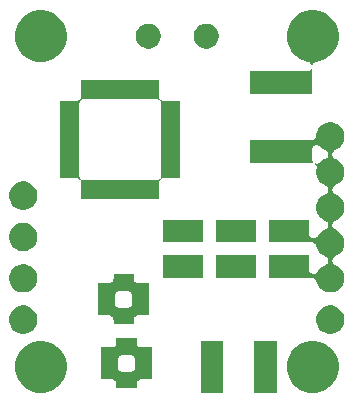
<source format=gbr>
G04 #@! TF.GenerationSoftware,KiCad,Pcbnew,(5.0.0)*
G04 #@! TF.CreationDate,2018-11-29T21:10:00+03:00*
G04 #@! TF.ProjectId,aks,616B732E6B696361645F706362000000,rev?*
G04 #@! TF.SameCoordinates,Original*
G04 #@! TF.FileFunction,Soldermask,Top*
G04 #@! TF.FilePolarity,Negative*
%FSLAX46Y46*%
G04 Gerber Fmt 4.6, Leading zero omitted, Abs format (unit mm)*
G04 Created by KiCad (PCBNEW (5.0.0)) date 11/29/18 21:10:00*
%MOMM*%
%LPD*%
G01*
G04 APERTURE LIST*
%ADD10C,0.100000*%
G04 APERTURE END LIST*
D10*
G36*
X532950000Y-322200000D02*
X531050000Y-322200000D01*
X531050000Y-317800000D01*
X532950000Y-317800000D01*
X532950000Y-322200000D01*
X532950000Y-322200000D01*
G37*
G36*
X518141716Y-317884545D02*
X518542091Y-318050385D01*
X518902418Y-318291148D01*
X519208852Y-318597582D01*
X519449615Y-318957909D01*
X519615455Y-319358284D01*
X519700000Y-319783319D01*
X519700000Y-320216681D01*
X519615455Y-320641716D01*
X519449615Y-321042091D01*
X519208852Y-321402418D01*
X518902418Y-321708852D01*
X518542091Y-321949615D01*
X518141716Y-322115455D01*
X517716681Y-322200000D01*
X517283319Y-322200000D01*
X516858284Y-322115455D01*
X516457909Y-321949615D01*
X516097582Y-321708852D01*
X515791148Y-321402418D01*
X515550385Y-321042091D01*
X515384545Y-320641716D01*
X515300000Y-320216681D01*
X515300000Y-319783319D01*
X515384545Y-319358284D01*
X515550385Y-318957909D01*
X515791148Y-318597582D01*
X516097582Y-318291148D01*
X516457909Y-318050385D01*
X516858284Y-317884545D01*
X517283319Y-317800000D01*
X517716681Y-317800000D01*
X518141716Y-317884545D01*
X518141716Y-317884545D01*
G37*
G36*
X541141716Y-317884545D02*
X541542091Y-318050385D01*
X541902418Y-318291148D01*
X542208852Y-318597582D01*
X542449615Y-318957909D01*
X542615455Y-319358284D01*
X542700000Y-319783319D01*
X542700000Y-320216681D01*
X542615455Y-320641716D01*
X542449615Y-321042091D01*
X542208852Y-321402418D01*
X541902418Y-321708852D01*
X541542091Y-321949615D01*
X541141716Y-322115455D01*
X540716681Y-322200000D01*
X540283319Y-322200000D01*
X539858284Y-322115455D01*
X539457909Y-321949615D01*
X539097582Y-321708852D01*
X538791148Y-321402418D01*
X538550385Y-321042091D01*
X538384545Y-320641716D01*
X538300000Y-320216681D01*
X538300000Y-319783319D01*
X538384545Y-319358284D01*
X538550385Y-318957909D01*
X538791148Y-318597582D01*
X539097582Y-318291148D01*
X539457909Y-318050385D01*
X539858284Y-317884545D01*
X540283319Y-317800000D01*
X540716681Y-317800000D01*
X541141716Y-317884545D01*
X541141716Y-317884545D01*
G37*
G36*
X537450000Y-322200000D02*
X535550000Y-322200000D01*
X535550000Y-317800000D01*
X537450000Y-317800000D01*
X537450000Y-322200000D01*
X537450000Y-322200000D01*
G37*
G36*
X525600000Y-317950000D02*
X525607686Y-318028036D01*
X525630448Y-318103073D01*
X525667412Y-318172228D01*
X525717157Y-318232843D01*
X525777772Y-318282588D01*
X525846927Y-318319552D01*
X525921964Y-318342314D01*
X526000000Y-318350000D01*
X526875000Y-318350000D01*
X526875000Y-321050000D01*
X526000000Y-321050000D01*
X525921964Y-321057686D01*
X525846927Y-321080448D01*
X525777772Y-321117412D01*
X525717157Y-321167157D01*
X525667412Y-321227772D01*
X525630448Y-321296927D01*
X525607686Y-321371964D01*
X525600000Y-321450000D01*
X525600000Y-321825000D01*
X523900000Y-321825000D01*
X523900000Y-321450000D01*
X523892314Y-321371964D01*
X523869552Y-321296927D01*
X523832588Y-321227772D01*
X523782843Y-321167157D01*
X523722228Y-321117412D01*
X523653073Y-321080448D01*
X523578036Y-321057686D01*
X523500000Y-321050000D01*
X522625000Y-321050000D01*
X522625000Y-319400000D01*
X524025000Y-319400000D01*
X524025000Y-320025000D01*
X524032686Y-320103036D01*
X524055448Y-320178073D01*
X524092412Y-320247228D01*
X524142157Y-320307843D01*
X524202772Y-320357588D01*
X524271927Y-320394552D01*
X524346964Y-320417314D01*
X524425000Y-320425000D01*
X525075000Y-320425000D01*
X525153036Y-320417314D01*
X525228073Y-320394552D01*
X525297228Y-320357588D01*
X525357843Y-320307843D01*
X525407588Y-320247228D01*
X525444552Y-320178073D01*
X525467314Y-320103036D01*
X525475000Y-320025000D01*
X525475000Y-319400000D01*
X525467314Y-319321964D01*
X525444552Y-319246927D01*
X525407588Y-319177772D01*
X525357843Y-319117157D01*
X525297228Y-319067412D01*
X525228073Y-319030448D01*
X525153036Y-319007686D01*
X525075000Y-319000000D01*
X524425000Y-319000000D01*
X524346964Y-319007686D01*
X524271927Y-319030448D01*
X524202772Y-319067412D01*
X524142157Y-319117157D01*
X524092412Y-319177772D01*
X524055448Y-319246927D01*
X524032686Y-319321964D01*
X524025000Y-319400000D01*
X522625000Y-319400000D01*
X522625000Y-318350000D01*
X523500000Y-318350000D01*
X523578036Y-318342314D01*
X523653073Y-318319552D01*
X523722228Y-318282588D01*
X523782843Y-318232843D01*
X523832588Y-318172228D01*
X523869552Y-318103073D01*
X523892314Y-318028036D01*
X523900000Y-317950000D01*
X523900000Y-317600000D01*
X525600000Y-317600000D01*
X525600000Y-317950000D01*
X525600000Y-317950000D01*
G37*
G36*
X516350027Y-314846115D02*
X516568413Y-314936573D01*
X516764954Y-315067898D01*
X516932102Y-315235046D01*
X517063427Y-315431587D01*
X517153885Y-315649973D01*
X517200000Y-315881810D01*
X517200000Y-316118190D01*
X517153885Y-316350027D01*
X517063427Y-316568413D01*
X516932102Y-316764954D01*
X516764954Y-316932102D01*
X516568413Y-317063427D01*
X516350027Y-317153885D01*
X516118190Y-317200000D01*
X515881810Y-317200000D01*
X515649973Y-317153885D01*
X515431587Y-317063427D01*
X515235046Y-316932102D01*
X515067898Y-316764954D01*
X514936573Y-316568413D01*
X514846115Y-316350027D01*
X514800000Y-316118190D01*
X514800000Y-315881810D01*
X514846115Y-315649973D01*
X514936573Y-315431587D01*
X515067898Y-315235046D01*
X515235046Y-315067898D01*
X515431587Y-314936573D01*
X515649973Y-314846115D01*
X515881810Y-314800000D01*
X516118190Y-314800000D01*
X516350027Y-314846115D01*
X516350027Y-314846115D01*
G37*
G36*
X542350027Y-314846115D02*
X542568413Y-314936573D01*
X542764954Y-315067898D01*
X542932102Y-315235046D01*
X543063427Y-315431587D01*
X543153885Y-315649973D01*
X543200000Y-315881810D01*
X543200000Y-316118190D01*
X543153885Y-316350027D01*
X543063427Y-316568413D01*
X542932102Y-316764954D01*
X542764954Y-316932102D01*
X542568413Y-317063427D01*
X542350027Y-317153885D01*
X542118190Y-317200000D01*
X541881810Y-317200000D01*
X541649973Y-317153885D01*
X541431587Y-317063427D01*
X541235046Y-316932102D01*
X541067898Y-316764954D01*
X540936573Y-316568413D01*
X540846115Y-316350027D01*
X540800000Y-316118190D01*
X540800000Y-315881810D01*
X540846115Y-315649973D01*
X540936573Y-315431587D01*
X541067898Y-315235046D01*
X541235046Y-315067898D01*
X541431587Y-314936573D01*
X541649973Y-314846115D01*
X541881810Y-314800000D01*
X542118190Y-314800000D01*
X542350027Y-314846115D01*
X542350027Y-314846115D01*
G37*
G36*
X525350000Y-312525000D02*
X525357686Y-312603036D01*
X525380448Y-312678073D01*
X525417412Y-312747228D01*
X525467157Y-312807843D01*
X525527772Y-312857588D01*
X525596927Y-312894552D01*
X525671964Y-312917314D01*
X525750000Y-312925000D01*
X526625000Y-312925000D01*
X526625000Y-315625000D01*
X525750000Y-315625000D01*
X525671964Y-315632686D01*
X525596927Y-315655448D01*
X525527772Y-315692412D01*
X525467157Y-315742157D01*
X525417412Y-315802772D01*
X525380448Y-315871927D01*
X525357686Y-315946964D01*
X525350000Y-316025000D01*
X525350000Y-316400000D01*
X523650000Y-316400000D01*
X523650000Y-316025000D01*
X523642314Y-315946964D01*
X523619552Y-315871927D01*
X523582588Y-315802772D01*
X523532843Y-315742157D01*
X523472228Y-315692412D01*
X523403073Y-315655448D01*
X523328036Y-315632686D01*
X523250000Y-315625000D01*
X522375000Y-315625000D01*
X522375000Y-313975000D01*
X523775000Y-313975000D01*
X523775000Y-314600000D01*
X523782686Y-314678036D01*
X523805448Y-314753073D01*
X523842412Y-314822228D01*
X523892157Y-314882843D01*
X523952772Y-314932588D01*
X524021927Y-314969552D01*
X524096964Y-314992314D01*
X524175000Y-315000000D01*
X524825000Y-315000000D01*
X524903036Y-314992314D01*
X524978073Y-314969552D01*
X525047228Y-314932588D01*
X525107843Y-314882843D01*
X525157588Y-314822228D01*
X525194552Y-314753073D01*
X525217314Y-314678036D01*
X525225000Y-314600000D01*
X525225000Y-313975000D01*
X525217314Y-313896964D01*
X525194552Y-313821927D01*
X525157588Y-313752772D01*
X525107843Y-313692157D01*
X525047228Y-313642412D01*
X524978073Y-313605448D01*
X524903036Y-313582686D01*
X524825000Y-313575000D01*
X524175000Y-313575000D01*
X524096964Y-313582686D01*
X524021927Y-313605448D01*
X523952772Y-313642412D01*
X523892157Y-313692157D01*
X523842412Y-313752772D01*
X523805448Y-313821927D01*
X523782686Y-313896964D01*
X523775000Y-313975000D01*
X522375000Y-313975000D01*
X522375000Y-312925000D01*
X523250000Y-312925000D01*
X523328036Y-312917314D01*
X523403073Y-312894552D01*
X523472228Y-312857588D01*
X523532843Y-312807843D01*
X523582588Y-312747228D01*
X523619552Y-312678073D01*
X523642314Y-312603036D01*
X523650000Y-312525000D01*
X523650000Y-312175000D01*
X525350000Y-312175000D01*
X525350000Y-312525000D01*
X525350000Y-312525000D01*
G37*
G36*
X542350027Y-299346115D02*
X542568413Y-299436573D01*
X542764954Y-299567898D01*
X542932102Y-299735046D01*
X543063427Y-299931587D01*
X543153885Y-300149973D01*
X543200000Y-300381810D01*
X543200000Y-300618190D01*
X543153885Y-300850027D01*
X543063427Y-301068413D01*
X542932102Y-301264954D01*
X542764954Y-301432102D01*
X542568413Y-301563427D01*
X542406609Y-301630448D01*
X542337454Y-301667412D01*
X542276839Y-301717157D01*
X542227094Y-301777772D01*
X542190130Y-301846927D01*
X542167368Y-301921964D01*
X542159682Y-302000000D01*
X542167368Y-302078036D01*
X542190130Y-302153073D01*
X542227094Y-302222228D01*
X542276839Y-302282843D01*
X542337454Y-302332588D01*
X542406609Y-302369552D01*
X542568413Y-302436573D01*
X542764954Y-302567898D01*
X542932102Y-302735046D01*
X543063427Y-302931587D01*
X543153885Y-303149973D01*
X543200000Y-303381810D01*
X543200000Y-303618190D01*
X543153885Y-303850027D01*
X543063427Y-304068413D01*
X542932102Y-304264954D01*
X542764954Y-304432102D01*
X542568413Y-304563427D01*
X542406609Y-304630448D01*
X542337454Y-304667412D01*
X542276839Y-304717157D01*
X542227094Y-304777772D01*
X542190130Y-304846927D01*
X542167368Y-304921964D01*
X542159682Y-305000000D01*
X542167368Y-305078036D01*
X542190130Y-305153073D01*
X542227094Y-305222228D01*
X542276839Y-305282843D01*
X542337454Y-305332588D01*
X542406609Y-305369552D01*
X542568413Y-305436573D01*
X542764954Y-305567898D01*
X542932102Y-305735046D01*
X543063427Y-305931587D01*
X543153885Y-306149973D01*
X543200000Y-306381810D01*
X543200000Y-306618190D01*
X543153885Y-306850027D01*
X543063427Y-307068413D01*
X542932102Y-307264954D01*
X542764954Y-307432102D01*
X542568413Y-307563427D01*
X542406609Y-307630448D01*
X542337454Y-307667412D01*
X542276839Y-307717157D01*
X542227094Y-307777772D01*
X542190130Y-307846927D01*
X542167368Y-307921964D01*
X542159682Y-308000000D01*
X542167368Y-308078036D01*
X542190130Y-308153073D01*
X542227094Y-308222228D01*
X542276839Y-308282843D01*
X542337454Y-308332588D01*
X542406609Y-308369552D01*
X542568413Y-308436573D01*
X542764954Y-308567898D01*
X542932102Y-308735046D01*
X543063427Y-308931587D01*
X543153885Y-309149973D01*
X543200000Y-309381810D01*
X543200000Y-309618190D01*
X543153885Y-309850027D01*
X543063427Y-310068413D01*
X542932102Y-310264954D01*
X542764954Y-310432102D01*
X542568413Y-310563427D01*
X542406609Y-310630448D01*
X542337454Y-310667412D01*
X542276839Y-310717157D01*
X542227094Y-310777772D01*
X542190130Y-310846927D01*
X542167368Y-310921964D01*
X542159682Y-311000000D01*
X542167368Y-311078036D01*
X542190130Y-311153073D01*
X542227094Y-311222228D01*
X542276839Y-311282843D01*
X542337454Y-311332588D01*
X542406609Y-311369552D01*
X542568413Y-311436573D01*
X542764954Y-311567898D01*
X542932102Y-311735046D01*
X543063427Y-311931587D01*
X543153885Y-312149973D01*
X543200000Y-312381810D01*
X543200000Y-312618190D01*
X543153885Y-312850027D01*
X543063427Y-313068413D01*
X542932102Y-313264954D01*
X542764954Y-313432102D01*
X542568413Y-313563427D01*
X542350027Y-313653885D01*
X542118190Y-313700000D01*
X541881810Y-313700000D01*
X541649973Y-313653885D01*
X541431587Y-313563427D01*
X541235046Y-313432102D01*
X541067898Y-313264954D01*
X540936573Y-313068413D01*
X540846115Y-312850027D01*
X540830587Y-312771963D01*
X540807824Y-312696926D01*
X540770860Y-312627771D01*
X540721115Y-312567157D01*
X540660500Y-312517412D01*
X540591345Y-312480448D01*
X540516308Y-312457686D01*
X540438273Y-312450000D01*
X536800000Y-312450000D01*
X536800000Y-310550000D01*
X540200000Y-310550000D01*
X540200000Y-311715324D01*
X540207686Y-311793360D01*
X540230448Y-311868397D01*
X540267412Y-311937552D01*
X540317157Y-311998167D01*
X540377772Y-312047912D01*
X540446927Y-312084876D01*
X540521964Y-312107638D01*
X540600000Y-312115324D01*
X540678036Y-312107638D01*
X540753073Y-312084876D01*
X540822228Y-312047912D01*
X540882843Y-311998167D01*
X540932588Y-311937552D01*
X541067898Y-311735046D01*
X541235046Y-311567898D01*
X541431587Y-311436573D01*
X541593391Y-311369552D01*
X541662546Y-311332588D01*
X541723161Y-311282843D01*
X541772906Y-311222228D01*
X541809870Y-311153073D01*
X541832632Y-311078036D01*
X541840318Y-311000000D01*
X541832632Y-310921964D01*
X541809870Y-310846927D01*
X541772906Y-310777772D01*
X541723161Y-310717157D01*
X541662546Y-310667412D01*
X541593391Y-310630448D01*
X541431587Y-310563427D01*
X541235046Y-310432102D01*
X541067898Y-310264954D01*
X540932588Y-310062448D01*
X540923467Y-310051334D01*
X540906963Y-309996927D01*
X540846115Y-309850027D01*
X540830587Y-309771963D01*
X540807824Y-309696926D01*
X540770860Y-309627771D01*
X540721115Y-309567157D01*
X540660500Y-309517412D01*
X540591345Y-309480448D01*
X540516308Y-309457686D01*
X540438273Y-309450000D01*
X536800000Y-309450000D01*
X536800000Y-307550000D01*
X540200000Y-307550000D01*
X540200000Y-308715324D01*
X540207686Y-308793360D01*
X540230448Y-308868397D01*
X540267412Y-308937552D01*
X540317157Y-308998167D01*
X540377772Y-309047912D01*
X540446927Y-309084876D01*
X540521964Y-309107638D01*
X540600000Y-309115324D01*
X540678036Y-309107638D01*
X540753073Y-309084876D01*
X540822228Y-309047912D01*
X540882843Y-308998167D01*
X540932588Y-308937552D01*
X541067898Y-308735046D01*
X541235046Y-308567898D01*
X541431587Y-308436573D01*
X541593391Y-308369552D01*
X541662546Y-308332588D01*
X541723161Y-308282843D01*
X541772906Y-308222228D01*
X541809870Y-308153073D01*
X541832632Y-308078036D01*
X541840318Y-308000000D01*
X541832632Y-307921964D01*
X541809870Y-307846927D01*
X541772906Y-307777772D01*
X541723161Y-307717157D01*
X541662546Y-307667412D01*
X541593391Y-307630448D01*
X541431587Y-307563427D01*
X541235046Y-307432102D01*
X541067898Y-307264954D01*
X540932588Y-307062448D01*
X540923467Y-307051334D01*
X540906963Y-306996927D01*
X540846115Y-306850027D01*
X540800000Y-306618190D01*
X540800000Y-306381810D01*
X540846115Y-306149973D01*
X540936573Y-305931587D01*
X541067898Y-305735046D01*
X541235046Y-305567898D01*
X541431587Y-305436573D01*
X541593391Y-305369552D01*
X541662546Y-305332588D01*
X541723161Y-305282843D01*
X541772906Y-305222228D01*
X541809870Y-305153073D01*
X541832632Y-305078036D01*
X541840318Y-305000000D01*
X541832632Y-304921964D01*
X541809870Y-304846927D01*
X541772906Y-304777772D01*
X541723161Y-304717157D01*
X541662546Y-304667412D01*
X541593391Y-304630448D01*
X541431587Y-304563427D01*
X541235046Y-304432102D01*
X541067898Y-304264954D01*
X540936573Y-304068413D01*
X540846115Y-303850027D01*
X540800000Y-303618190D01*
X540800000Y-303381810D01*
X540840135Y-303180036D01*
X540847821Y-303101999D01*
X540840135Y-303023963D01*
X540817373Y-302948926D01*
X540780409Y-302879771D01*
X540730663Y-302819157D01*
X540670049Y-302769412D01*
X540600894Y-302732448D01*
X540525857Y-302709686D01*
X540447821Y-302702000D01*
X535240000Y-302702000D01*
X535240000Y-301612742D01*
X540450000Y-301612742D01*
X540450000Y-302387258D01*
X540457686Y-302465294D01*
X540480448Y-302540331D01*
X540517412Y-302609486D01*
X540567157Y-302670101D01*
X540627772Y-302719846D01*
X540696927Y-302756810D01*
X540771964Y-302779572D01*
X540850000Y-302787258D01*
X540928036Y-302779572D01*
X541003073Y-302756810D01*
X541072228Y-302719846D01*
X541132843Y-302670101D01*
X541235046Y-302567898D01*
X541431587Y-302436573D01*
X541593391Y-302369552D01*
X541662546Y-302332588D01*
X541723161Y-302282843D01*
X541772906Y-302222228D01*
X541809870Y-302153073D01*
X541832632Y-302078036D01*
X541840318Y-302000000D01*
X541832632Y-301921964D01*
X541809870Y-301846927D01*
X541772906Y-301777772D01*
X541723161Y-301717157D01*
X541662546Y-301667412D01*
X541593391Y-301630448D01*
X541431587Y-301563427D01*
X541235046Y-301432102D01*
X541132843Y-301329899D01*
X541072228Y-301280154D01*
X541003073Y-301243190D01*
X540928036Y-301220428D01*
X540850000Y-301212742D01*
X540771964Y-301220428D01*
X540696927Y-301243190D01*
X540627772Y-301280154D01*
X540567157Y-301329899D01*
X540517412Y-301390514D01*
X540480448Y-301459669D01*
X540457686Y-301534706D01*
X540450000Y-301612742D01*
X535240000Y-301612742D01*
X535240000Y-300802000D01*
X540400000Y-300802000D01*
X540478036Y-300794314D01*
X540553073Y-300771552D01*
X540622228Y-300734588D01*
X540682843Y-300684843D01*
X540732588Y-300624228D01*
X540769552Y-300555073D01*
X540792314Y-300480036D01*
X540800000Y-300402000D01*
X540800000Y-300381810D01*
X540846115Y-300149973D01*
X540936573Y-299931587D01*
X541067898Y-299735046D01*
X541235046Y-299567898D01*
X541431587Y-299436573D01*
X541649973Y-299346115D01*
X541881810Y-299300000D01*
X542118190Y-299300000D01*
X542350027Y-299346115D01*
X542350027Y-299346115D01*
G37*
G36*
X516350027Y-311346115D02*
X516568413Y-311436573D01*
X516764954Y-311567898D01*
X516932102Y-311735046D01*
X517063427Y-311931587D01*
X517153885Y-312149973D01*
X517200000Y-312381810D01*
X517200000Y-312618190D01*
X517153885Y-312850027D01*
X517063427Y-313068413D01*
X516932102Y-313264954D01*
X516764954Y-313432102D01*
X516568413Y-313563427D01*
X516350027Y-313653885D01*
X516118190Y-313700000D01*
X515881810Y-313700000D01*
X515649973Y-313653885D01*
X515431587Y-313563427D01*
X515235046Y-313432102D01*
X515067898Y-313264954D01*
X514936573Y-313068413D01*
X514846115Y-312850027D01*
X514800000Y-312618190D01*
X514800000Y-312381810D01*
X514846115Y-312149973D01*
X514936573Y-311931587D01*
X515067898Y-311735046D01*
X515235046Y-311567898D01*
X515431587Y-311436573D01*
X515649973Y-311346115D01*
X515881810Y-311300000D01*
X516118190Y-311300000D01*
X516350027Y-311346115D01*
X516350027Y-311346115D01*
G37*
G36*
X535700000Y-312450000D02*
X532300000Y-312450000D01*
X532300000Y-310550000D01*
X535700000Y-310550000D01*
X535700000Y-312450000D01*
X535700000Y-312450000D01*
G37*
G36*
X531200000Y-312450000D02*
X527800000Y-312450000D01*
X527800000Y-310550000D01*
X531200000Y-310550000D01*
X531200000Y-312450000D01*
X531200000Y-312450000D01*
G37*
G36*
X516350027Y-307846115D02*
X516568413Y-307936573D01*
X516764954Y-308067898D01*
X516932102Y-308235046D01*
X517063427Y-308431587D01*
X517153885Y-308649973D01*
X517200000Y-308881810D01*
X517200000Y-309118190D01*
X517153885Y-309350027D01*
X517063427Y-309568413D01*
X516932102Y-309764954D01*
X516764954Y-309932102D01*
X516568413Y-310063427D01*
X516350027Y-310153885D01*
X516118190Y-310200000D01*
X515881810Y-310200000D01*
X515649973Y-310153885D01*
X515431587Y-310063427D01*
X515235046Y-309932102D01*
X515067898Y-309764954D01*
X514936573Y-309568413D01*
X514846115Y-309350027D01*
X514800000Y-309118190D01*
X514800000Y-308881810D01*
X514846115Y-308649973D01*
X514936573Y-308431587D01*
X515067898Y-308235046D01*
X515235046Y-308067898D01*
X515431587Y-307936573D01*
X515649973Y-307846115D01*
X515881810Y-307800000D01*
X516118190Y-307800000D01*
X516350027Y-307846115D01*
X516350027Y-307846115D01*
G37*
G36*
X535700000Y-309450000D02*
X532300000Y-309450000D01*
X532300000Y-307550000D01*
X535700000Y-307550000D01*
X535700000Y-309450000D01*
X535700000Y-309450000D01*
G37*
G36*
X531200000Y-309450000D02*
X527800000Y-309450000D01*
X527800000Y-307550000D01*
X531200000Y-307550000D01*
X531200000Y-309450000D01*
X531200000Y-309450000D01*
G37*
G36*
X516350027Y-304346115D02*
X516568413Y-304436573D01*
X516764954Y-304567898D01*
X516932102Y-304735046D01*
X517063427Y-304931587D01*
X517153885Y-305149973D01*
X517200000Y-305381810D01*
X517200000Y-305618190D01*
X517153885Y-305850027D01*
X517063427Y-306068413D01*
X516932102Y-306264954D01*
X516764954Y-306432102D01*
X516568413Y-306563427D01*
X516350027Y-306653885D01*
X516118190Y-306700000D01*
X515881810Y-306700000D01*
X515649973Y-306653885D01*
X515431587Y-306563427D01*
X515235046Y-306432102D01*
X515067898Y-306264954D01*
X514936573Y-306068413D01*
X514846115Y-305850027D01*
X514800000Y-305618190D01*
X514800000Y-305381810D01*
X514846115Y-305149973D01*
X514936573Y-304931587D01*
X515067898Y-304735046D01*
X515235046Y-304567898D01*
X515431587Y-304436573D01*
X515649973Y-304346115D01*
X515881810Y-304300000D01*
X516118190Y-304300000D01*
X516350027Y-304346115D01*
X516350027Y-304346115D01*
G37*
G36*
X527475000Y-297075000D02*
X527482686Y-297153036D01*
X527505448Y-297228073D01*
X527542412Y-297297228D01*
X527592157Y-297357843D01*
X527652772Y-297407588D01*
X527721927Y-297444552D01*
X527796964Y-297467314D01*
X527875000Y-297475000D01*
X529300000Y-297475000D01*
X529300000Y-304025000D01*
X527875000Y-304025000D01*
X527796964Y-304032686D01*
X527721927Y-304055448D01*
X527652772Y-304092412D01*
X527592157Y-304142157D01*
X527542412Y-304202772D01*
X527505448Y-304271927D01*
X527482686Y-304346964D01*
X527475000Y-304425000D01*
X527475000Y-305800000D01*
X520925000Y-305800000D01*
X520925000Y-304425000D01*
X520917314Y-304346964D01*
X520894552Y-304271927D01*
X520857588Y-304202772D01*
X520807843Y-304142157D01*
X520747228Y-304092412D01*
X520678073Y-304055448D01*
X520603036Y-304032686D01*
X520525000Y-304025000D01*
X519150000Y-304025000D01*
X519150000Y-297700000D01*
X520750000Y-297700000D01*
X520750000Y-303800000D01*
X520757686Y-303878036D01*
X520780448Y-303953073D01*
X520817412Y-304022228D01*
X520867157Y-304082843D01*
X520927772Y-304132588D01*
X520996927Y-304169552D01*
X521071964Y-304192314D01*
X521150000Y-304200000D01*
X527300000Y-304200000D01*
X527378036Y-304192314D01*
X527453073Y-304169552D01*
X527522228Y-304132588D01*
X527582843Y-304082843D01*
X527632588Y-304022228D01*
X527669552Y-303953073D01*
X527692314Y-303878036D01*
X527700000Y-303800000D01*
X527700000Y-297700000D01*
X527692314Y-297621964D01*
X527669552Y-297546927D01*
X527632588Y-297477772D01*
X527582843Y-297417157D01*
X527522228Y-297367412D01*
X527453073Y-297330448D01*
X527378036Y-297307686D01*
X527300000Y-297300000D01*
X521150000Y-297300000D01*
X521071964Y-297307686D01*
X520996927Y-297330448D01*
X520927772Y-297367412D01*
X520867157Y-297417157D01*
X520817412Y-297477772D01*
X520780448Y-297546927D01*
X520757686Y-297621964D01*
X520750000Y-297700000D01*
X519150000Y-297700000D01*
X519150000Y-297475000D01*
X520525000Y-297475000D01*
X520603036Y-297467314D01*
X520678073Y-297444552D01*
X520747228Y-297407588D01*
X520807843Y-297357843D01*
X520857588Y-297297228D01*
X520894552Y-297228073D01*
X520917314Y-297153036D01*
X520925000Y-297075000D01*
X520925000Y-295700000D01*
X527475000Y-295700000D01*
X527475000Y-297075000D01*
X527475000Y-297075000D01*
G37*
G36*
X541141716Y-289884545D02*
X541542091Y-290050385D01*
X541902418Y-290291148D01*
X542208852Y-290597582D01*
X542449615Y-290957909D01*
X542615455Y-291358284D01*
X542700000Y-291783319D01*
X542700000Y-292216681D01*
X542615455Y-292641716D01*
X542449615Y-293042091D01*
X542208852Y-293402418D01*
X541902418Y-293708852D01*
X541542091Y-293949615D01*
X541141716Y-294115455D01*
X540771963Y-294189004D01*
X540696926Y-294211766D01*
X540627771Y-294248731D01*
X540567157Y-294298476D01*
X540517412Y-294359091D01*
X540480448Y-294428245D01*
X540457686Y-294503283D01*
X540450000Y-294581318D01*
X540450000Y-296860000D01*
X535240000Y-296860000D01*
X535240000Y-294960000D01*
X540042829Y-294960000D01*
X540120865Y-294952314D01*
X540195902Y-294929552D01*
X540265057Y-294892588D01*
X540325672Y-294842843D01*
X540375417Y-294782228D01*
X540412381Y-294713073D01*
X540435143Y-294638036D01*
X540442829Y-294560000D01*
X540435143Y-294481964D01*
X540412381Y-294406927D01*
X540375417Y-294337772D01*
X540325672Y-294277157D01*
X540265057Y-294227412D01*
X540195902Y-294190448D01*
X540120866Y-294167686D01*
X539858284Y-294115455D01*
X539457909Y-293949615D01*
X539097582Y-293708852D01*
X538791148Y-293402418D01*
X538550385Y-293042091D01*
X538384545Y-292641716D01*
X538300000Y-292216681D01*
X538300000Y-291783319D01*
X538384545Y-291358284D01*
X538550385Y-290957909D01*
X538791148Y-290597582D01*
X539097582Y-290291148D01*
X539457909Y-290050385D01*
X539858284Y-289884545D01*
X540283319Y-289800000D01*
X540716681Y-289800000D01*
X541141716Y-289884545D01*
X541141716Y-289884545D01*
G37*
G36*
X518141716Y-289884545D02*
X518542091Y-290050385D01*
X518902418Y-290291148D01*
X519208852Y-290597582D01*
X519449615Y-290957909D01*
X519615455Y-291358284D01*
X519700000Y-291783319D01*
X519700000Y-292216681D01*
X519615455Y-292641716D01*
X519449615Y-293042091D01*
X519208852Y-293402418D01*
X518902418Y-293708852D01*
X518542091Y-293949615D01*
X518141716Y-294115455D01*
X517716681Y-294200000D01*
X517283319Y-294200000D01*
X516858284Y-294115455D01*
X516457909Y-293949615D01*
X516097582Y-293708852D01*
X515791148Y-293402418D01*
X515550385Y-293042091D01*
X515384545Y-292641716D01*
X515300000Y-292216681D01*
X515300000Y-291783319D01*
X515384545Y-291358284D01*
X515550385Y-290957909D01*
X515791148Y-290597582D01*
X516097582Y-290291148D01*
X516457909Y-290050385D01*
X516858284Y-289884545D01*
X517283319Y-289800000D01*
X517716681Y-289800000D01*
X518141716Y-289884545D01*
X518141716Y-289884545D01*
G37*
G36*
X526906274Y-290990350D02*
X527097362Y-291069502D01*
X527269336Y-291184411D01*
X527415589Y-291330664D01*
X527530498Y-291502638D01*
X527609650Y-291693726D01*
X527650000Y-291896584D01*
X527650000Y-292103416D01*
X527609650Y-292306274D01*
X527530498Y-292497362D01*
X527415589Y-292669336D01*
X527269336Y-292815589D01*
X527097362Y-292930498D01*
X526906274Y-293009650D01*
X526703416Y-293050000D01*
X526496584Y-293050000D01*
X526293726Y-293009650D01*
X526102638Y-292930498D01*
X525930664Y-292815589D01*
X525784411Y-292669336D01*
X525669502Y-292497362D01*
X525590350Y-292306274D01*
X525550000Y-292103416D01*
X525550000Y-291896584D01*
X525590350Y-291693726D01*
X525669502Y-291502638D01*
X525784411Y-291330664D01*
X525930664Y-291184411D01*
X526102638Y-291069502D01*
X526293726Y-290990350D01*
X526496584Y-290950000D01*
X526703416Y-290950000D01*
X526906274Y-290990350D01*
X526906274Y-290990350D01*
G37*
G36*
X531806274Y-290990350D02*
X531997362Y-291069502D01*
X532169336Y-291184411D01*
X532315589Y-291330664D01*
X532430498Y-291502638D01*
X532509650Y-291693726D01*
X532550000Y-291896584D01*
X532550000Y-292103416D01*
X532509650Y-292306274D01*
X532430498Y-292497362D01*
X532315589Y-292669336D01*
X532169336Y-292815589D01*
X531997362Y-292930498D01*
X531806274Y-293009650D01*
X531603416Y-293050000D01*
X531396584Y-293050000D01*
X531193726Y-293009650D01*
X531002638Y-292930498D01*
X530830664Y-292815589D01*
X530684411Y-292669336D01*
X530569502Y-292497362D01*
X530490350Y-292306274D01*
X530450000Y-292103416D01*
X530450000Y-291896584D01*
X530490350Y-291693726D01*
X530569502Y-291502638D01*
X530684411Y-291330664D01*
X530830664Y-291184411D01*
X531002638Y-291069502D01*
X531193726Y-290990350D01*
X531396584Y-290950000D01*
X531603416Y-290950000D01*
X531806274Y-290990350D01*
X531806274Y-290990350D01*
G37*
M02*

</source>
